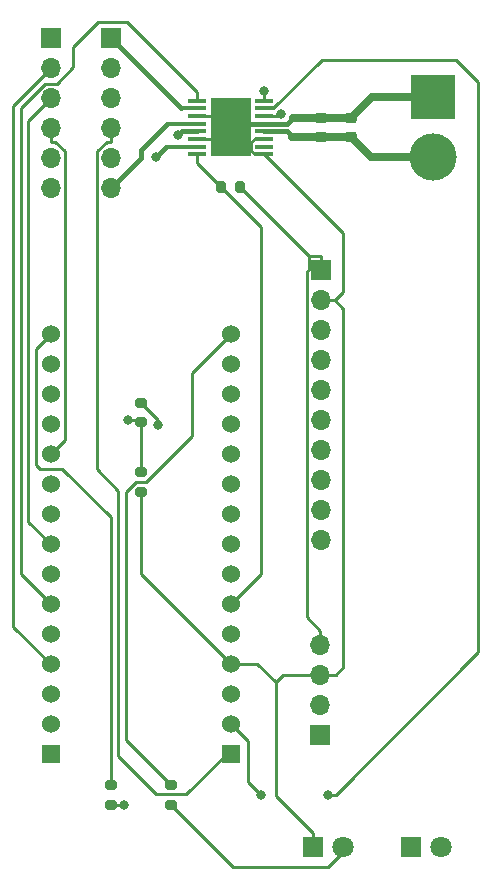
<source format=gbr>
%TF.GenerationSoftware,KiCad,Pcbnew,(6.0.7)*%
%TF.CreationDate,2023-08-01T01:27:09+09:00*%
%TF.ProjectId,graduate-project,67726164-7561-4746-952d-70726f6a6563,rev?*%
%TF.SameCoordinates,Original*%
%TF.FileFunction,Copper,L1,Top*%
%TF.FilePolarity,Positive*%
%FSLAX46Y46*%
G04 Gerber Fmt 4.6, Leading zero omitted, Abs format (unit mm)*
G04 Created by KiCad (PCBNEW (6.0.7)) date 2023-08-01 01:27:09*
%MOMM*%
%LPD*%
G01*
G04 APERTURE LIST*
G04 Aperture macros list*
%AMRoundRect*
0 Rectangle with rounded corners*
0 $1 Rounding radius*
0 $2 $3 $4 $5 $6 $7 $8 $9 X,Y pos of 4 corners*
0 Add a 4 corners polygon primitive as box body*
4,1,4,$2,$3,$4,$5,$6,$7,$8,$9,$2,$3,0*
0 Add four circle primitives for the rounded corners*
1,1,$1+$1,$2,$3*
1,1,$1+$1,$4,$5*
1,1,$1+$1,$6,$7*
1,1,$1+$1,$8,$9*
0 Add four rect primitives between the rounded corners*
20,1,$1+$1,$2,$3,$4,$5,0*
20,1,$1+$1,$4,$5,$6,$7,0*
20,1,$1+$1,$6,$7,$8,$9,0*
20,1,$1+$1,$8,$9,$2,$3,0*%
G04 Aperture macros list end*
%TA.AperFunction,ComponentPad*%
%ADD10R,1.700000X1.700000*%
%TD*%
%TA.AperFunction,ComponentPad*%
%ADD11O,1.700000X1.700000*%
%TD*%
%TA.AperFunction,SMDPad,CuDef*%
%ADD12RoundRect,0.200000X0.200000X0.275000X-0.200000X0.275000X-0.200000X-0.275000X0.200000X-0.275000X0*%
%TD*%
%TA.AperFunction,SMDPad,CuDef*%
%ADD13RoundRect,0.225000X0.250000X-0.225000X0.250000X0.225000X-0.250000X0.225000X-0.250000X-0.225000X0*%
%TD*%
%TA.AperFunction,ComponentPad*%
%ADD14R,1.800000X1.800000*%
%TD*%
%TA.AperFunction,ComponentPad*%
%ADD15C,1.800000*%
%TD*%
%TA.AperFunction,SMDPad,CuDef*%
%ADD16RoundRect,0.200000X0.275000X-0.200000X0.275000X0.200000X-0.275000X0.200000X-0.275000X-0.200000X0*%
%TD*%
%TA.AperFunction,ComponentPad*%
%ADD17R,1.530000X1.530000*%
%TD*%
%TA.AperFunction,ComponentPad*%
%ADD18C,1.530000*%
%TD*%
%TA.AperFunction,SMDPad,CuDef*%
%ADD19RoundRect,0.100000X-0.687500X-0.100000X0.687500X-0.100000X0.687500X0.100000X-0.687500X0.100000X0*%
%TD*%
%TA.AperFunction,ComponentPad*%
%ADD20C,0.800000*%
%TD*%
%TA.AperFunction,SMDPad,CuDef*%
%ADD21R,3.400000X5.000000*%
%TD*%
%TA.AperFunction,ComponentPad*%
%ADD22R,3.800000X3.800000*%
%TD*%
%TA.AperFunction,ComponentPad*%
%ADD23C,4.000000*%
%TD*%
%TA.AperFunction,ViaPad*%
%ADD24C,0.800000*%
%TD*%
%TA.AperFunction,Conductor*%
%ADD25C,0.250000*%
%TD*%
%TA.AperFunction,Conductor*%
%ADD26C,0.700000*%
%TD*%
%TA.AperFunction,Conductor*%
%ADD27C,0.400000*%
%TD*%
%TA.AperFunction,Conductor*%
%ADD28C,0.350000*%
%TD*%
G04 APERTURE END LIST*
D10*
%TO.P,J2,1,VCC*%
%TO.N,ENC_VCC*%
X78740000Y-61625000D03*
D11*
%TO.P,J2,2,GND*%
%TO.N,BATT_GND*%
X78740000Y-64165000D03*
%TO.P,J2,3,SCL*%
%TO.N,GY_SCL*%
X78740000Y-66705000D03*
%TO.P,J2,4,SDA*%
%TO.N,GY_SDA*%
X78740000Y-69245000D03*
%TO.P,J2,5,EDA*%
%TO.N,unconnected-(J2-Pad5)*%
X78740000Y-71785000D03*
%TO.P,J2,6,ECL*%
%TO.N,unconnected-(J2-Pad6)*%
X78740000Y-74325000D03*
%TO.P,J2,7,AD0*%
%TO.N,unconnected-(J2-Pad7)*%
X78740000Y-76865000D03*
%TO.P,J2,8,INT*%
%TO.N,GY_INT*%
X78740000Y-79405000D03*
%TO.P,J2,9,NCS*%
%TO.N,unconnected-(J2-Pad9)*%
X78740000Y-81945000D03*
%TO.P,J2,10,FSYNC*%
%TO.N,unconnected-(J2-Pad10)*%
X78740000Y-84485000D03*
%TD*%
D12*
%TO.P,R3,1*%
%TO.N,ENC_VCC*%
X71945000Y-54610000D03*
%TO.P,R3,2*%
%TO.N,M_FAULT*%
X70295000Y-54610000D03*
%TD*%
D13*
%TO.P,C2,1*%
%TO.N,BATT_VIN*%
X81280000Y-50305000D03*
%TO.P,C2,2*%
%TO.N,BATT_GND*%
X81280000Y-48755000D03*
%TD*%
D14*
%TO.P,D1,1,K*%
%TO.N,BATT_GND*%
X78100000Y-110490000D03*
D15*
%TO.P,D1,2,A*%
%TO.N,Net-(D1-Pad2)*%
X80640000Y-110490000D03*
%TD*%
D16*
%TO.P,R2,1*%
%TO.N,BATT_GND*%
X63500000Y-80390000D03*
%TO.P,R2,2*%
%TO.N,Net-(R1-Pad1)*%
X63500000Y-78740000D03*
%TD*%
%TO.P,R1,1*%
%TO.N,Net-(R1-Pad1)*%
X63500000Y-74485000D03*
%TO.P,R1,2*%
%TO.N,BATT_VIN*%
X63500000Y-72835000D03*
%TD*%
D14*
%TO.P,D2,1,K*%
%TO.N,BATT_GND*%
X86355000Y-110490000D03*
D15*
%TO.P,D2,2,A*%
%TO.N,Net-(D2-Pad2)*%
X88895000Y-110490000D03*
%TD*%
D16*
%TO.P,R4,1*%
%TO.N,Net-(D1-Pad2)*%
X66040000Y-106870000D03*
%TO.P,R4,2*%
%TO.N,LED_ERR*%
X66040000Y-105220000D03*
%TD*%
D13*
%TO.P,C1,1*%
%TO.N,BATT_VIN*%
X78740000Y-50305000D03*
%TO.P,C1,2*%
%TO.N,BATT_GND*%
X78740000Y-48755000D03*
%TD*%
D16*
%TO.P,R5,1*%
%TO.N,Net-(D2-Pad2)*%
X60960000Y-106870000D03*
%TO.P,R5,2*%
%TO.N,LED_RUN*%
X60960000Y-105220000D03*
%TD*%
D17*
%TO.P,U1,CN3_1,PA9*%
%TO.N,ENC_1B*%
X71120000Y-102575000D03*
D18*
%TO.P,U1,CN3_2,PA10*%
%TO.N,M_IN2*%
X71120000Y-100035000D03*
%TO.P,U1,CN3_3,NRST_CN3*%
%TO.N,unconnected-(U1-PadCN3_3)*%
X71120000Y-97495000D03*
%TO.P,U1,CN3_4,GND_CN3*%
%TO.N,BATT_GND*%
X71120000Y-94955000D03*
%TO.P,U1,CN3_5,PA12*%
%TO.N,unconnected-(U1-PadCN3_5)*%
X71120000Y-92415000D03*
%TO.P,U1,CN3_6,PB0*%
%TO.N,M_FAULT*%
X71120000Y-89875000D03*
%TO.P,U1,CN3_7,PB7*%
%TO.N,GY_SDA*%
X71120000Y-87335000D03*
%TO.P,U1,CN3_8,PB6*%
%TO.N,GY_SCL*%
X71120000Y-84795000D03*
%TO.P,U1,CN3_9,PB1*%
%TO.N,GY_INT*%
X71120000Y-82255000D03*
%TO.P,U1,CN3_10,PC14*%
%TO.N,unconnected-(U1-PadCN3_10)*%
X71120000Y-79715000D03*
%TO.P,U1,CN3_11,PC15*%
%TO.N,unconnected-(U1-PadCN3_11)*%
X71120000Y-77175000D03*
%TO.P,U1,CN3_12,PA8*%
%TO.N,ENC_1A*%
X71120000Y-74635000D03*
%TO.P,U1,CN3_13,PA11*%
%TO.N,M_IN1*%
X71120000Y-72095000D03*
%TO.P,U1,CN3_14,PB5*%
%TO.N,unconnected-(U1-PadCN3_14)*%
X71120000Y-69555000D03*
%TO.P,U1,CN3_15,PB4*%
%TO.N,LED_ERR*%
X71120000Y-67015000D03*
D17*
%TO.P,U1,CN4_1,VIN*%
%TO.N,BATT_VIN*%
X55880000Y-102575000D03*
D18*
%TO.P,U1,CN4_2,GND_CN4*%
%TO.N,BATT_GND*%
X55880000Y-100035000D03*
%TO.P,U1,CN4_3,NRST_CN4*%
%TO.N,unconnected-(U1-PadCN4_3)*%
X55880000Y-97495000D03*
%TO.P,U1,CN4_4,+5V*%
%TO.N,ENC_VCC*%
X55880000Y-94955000D03*
%TO.P,U1,CN4_5,PA2*%
%TO.N,HM_RX*%
X55880000Y-92415000D03*
%TO.P,U1,CN4_6,PA7*%
%TO.N,M_OFF*%
X55880000Y-89875000D03*
%TO.P,U1,CN4_7,PA6*%
%TO.N,unconnected-(U1-PadCN4_7)*%
X55880000Y-87335000D03*
%TO.P,U1,CN4_8,PA5*%
%TO.N,ENC_2A*%
X55880000Y-84795000D03*
%TO.P,U1,CN4_9,PA4*%
%TO.N,unconnected-(U1-PadCN4_9)*%
X55880000Y-82255000D03*
%TO.P,U1,CN4_10,PA3*%
%TO.N,HM_TX*%
X55880000Y-79715000D03*
%TO.P,U1,CN4_11,PA1*%
%TO.N,ENC_2B*%
X55880000Y-77175000D03*
%TO.P,U1,CN4_12,PA0*%
%TO.N,Net-(R1-Pad1)*%
X55880000Y-74635000D03*
%TO.P,U1,CN4_13,AREF*%
%TO.N,unconnected-(U1-PadCN4_13)*%
X55880000Y-72095000D03*
%TO.P,U1,CN4_14,+3V3*%
%TO.N,unconnected-(U1-PadCN4_14)*%
X55880000Y-69555000D03*
%TO.P,U1,CN4_15,PB3*%
%TO.N,LED_RUN*%
X55880000Y-67015000D03*
%TD*%
D19*
%TO.P,U2,1,~{SLEEP}*%
%TO.N,M_OFF*%
X68257500Y-47255000D03*
%TO.P,U2,2,OUT1*%
%TO.N,Net-(J4-Pad1)*%
X68257500Y-47905000D03*
%TO.P,U2,3,ISEN12*%
%TO.N,BATT_GND*%
X68257500Y-48555000D03*
%TO.P,U2,4,OUT2*%
%TO.N,Net-(J4-Pad6)*%
X68257500Y-49205000D03*
%TO.P,U2,5,OUT4*%
%TO.N,Net-(J5-Pad6)*%
X68257500Y-49855000D03*
%TO.P,U2,6,ISEN34*%
%TO.N,BATT_GND*%
X68257500Y-50505000D03*
%TO.P,U2,7,OUT3*%
%TO.N,Net-(J5-Pad1)*%
X68257500Y-51155000D03*
%TO.P,U2,8,~{FAULT}*%
%TO.N,M_FAULT*%
X68257500Y-51805000D03*
%TO.P,U2,9,IN3*%
%TO.N,BATT_GND*%
X73982500Y-51805000D03*
%TO.P,U2,10,IN4*%
%TO.N,unconnected-(U2-Pad10)*%
X73982500Y-51155000D03*
%TO.P,U2,11,TRQ*%
%TO.N,BATT_GND*%
X73982500Y-50505000D03*
%TO.P,U2,12,VM*%
%TO.N,BATT_VIN*%
X73982500Y-49855000D03*
%TO.P,U2,13,GND*%
%TO.N,BATT_GND*%
X73982500Y-49205000D03*
%TO.P,U2,14,MODE*%
%TO.N,ENC_VCC*%
X73982500Y-48555000D03*
%TO.P,U2,15,IN2*%
%TO.N,M_IN2*%
X73982500Y-47905000D03*
%TO.P,U2,16,IN1*%
%TO.N,M_IN1*%
X73982500Y-47255000D03*
D20*
%TO.P,U2,17,PPAD*%
%TO.N,BATT_GND*%
X71870000Y-51030000D03*
X71870000Y-48030000D03*
X70370000Y-51030000D03*
X70370000Y-48030000D03*
X70370000Y-49530000D03*
D21*
X71120000Y-49530000D03*
D20*
X71870000Y-49530000D03*
%TD*%
D10*
%TO.P,J5,1,M+*%
%TO.N,Net-(J5-Pad1)*%
X55905000Y-41935000D03*
D11*
%TO.P,J5,2,ENC_VCC*%
%TO.N,ENC_VCC*%
X55905000Y-44475000D03*
%TO.P,J5,3,ENC_A*%
%TO.N,ENC_2A*%
X55905000Y-47015000D03*
%TO.P,J5,4,ENC_B*%
%TO.N,ENC_2B*%
X55905000Y-49555000D03*
%TO.P,J5,5,ENC_GND*%
%TO.N,BATT_GND*%
X55905000Y-52095000D03*
%TO.P,J5,6,M-*%
%TO.N,Net-(J5-Pad6)*%
X55905000Y-54635000D03*
%TD*%
D10*
%TO.P,J3,1,RX*%
%TO.N,HM_RX*%
X78715000Y-100955000D03*
D11*
%TO.P,J3,2,TX*%
%TO.N,HM_TX*%
X78715000Y-98415000D03*
%TO.P,J3,3,GND*%
%TO.N,BATT_GND*%
X78715000Y-95875000D03*
%TO.P,J3,4,VCC*%
%TO.N,ENC_VCC*%
X78715000Y-93335000D03*
%TD*%
D22*
%TO.P,J1,1,Pin_1*%
%TO.N,BATT_GND*%
X88265000Y-46990000D03*
D23*
%TO.P,J1,2,Pin_2*%
%TO.N,BATT_VIN*%
X88265000Y-51990000D03*
%TD*%
D10*
%TO.P,J4,1,M+*%
%TO.N,Net-(J4-Pad1)*%
X60985000Y-41935000D03*
D11*
%TO.P,J4,2,ENC_VCC*%
%TO.N,ENC_VCC*%
X60985000Y-44475000D03*
%TO.P,J4,3,ENC_A*%
%TO.N,ENC_1A*%
X60985000Y-47015000D03*
%TO.P,J4,4,ENC_B*%
%TO.N,ENC_1B*%
X60985000Y-49555000D03*
%TO.P,J4,5,ENC_GND*%
%TO.N,BATT_GND*%
X60985000Y-52095000D03*
%TO.P,J4,6,M-*%
%TO.N,Net-(J4-Pad6)*%
X60985000Y-54635000D03*
%TD*%
D24*
%TO.N,BATT_VIN*%
X64943000Y-74715500D03*
%TO.N,Net-(D2-Pad2)*%
X62073800Y-106870000D03*
%TO.N,ENC_VCC*%
X75379300Y-48349300D03*
%TO.N,Net-(J5-Pad1)*%
X64770000Y-52070000D03*
%TO.N,Net-(J5-Pad6)*%
X66675000Y-50165000D03*
%TO.N,Net-(R1-Pad1)*%
X62398100Y-74290000D03*
%TO.N,M_IN2*%
X73660000Y-106045000D03*
X79375000Y-106045000D03*
%TO.N,M_IN1*%
X73982500Y-46450000D03*
%TD*%
D25*
%TO.N,BATT_VIN*%
X64943000Y-74278000D02*
X64943000Y-74715500D01*
X63500000Y-72835000D02*
X64943000Y-74278000D01*
D26*
X76340000Y-50305000D02*
X78740000Y-50305000D01*
X81280000Y-50305000D02*
X82965000Y-51990000D01*
X78740000Y-50305000D02*
X81280000Y-50305000D01*
X82965000Y-51990000D02*
X88265000Y-51990000D01*
D27*
X73982500Y-49855000D02*
X75890000Y-49855000D01*
X75890000Y-49855000D02*
X76340000Y-50305000D01*
%TO.N,BATT_GND*%
X74827100Y-49205000D02*
X74827900Y-49204300D01*
D25*
X78100000Y-110490000D02*
X78100000Y-109263100D01*
X70632500Y-50017500D02*
X71120000Y-49530000D01*
X71870000Y-49384100D02*
X71870000Y-49530000D01*
X72867700Y-51030000D02*
X72867700Y-51514400D01*
D26*
X78740000Y-48755000D02*
X81280000Y-48755000D01*
D25*
X71445000Y-49205000D02*
X71120000Y-49530000D01*
X80645000Y-63436900D02*
X79916900Y-64165000D01*
X71870000Y-51030000D02*
X72867700Y-51030000D01*
X68257500Y-50505000D02*
X70145000Y-50505000D01*
X71120000Y-94955000D02*
X63500000Y-87335000D01*
X71870000Y-48030000D02*
X71870000Y-49205000D01*
X72049100Y-49205000D02*
X71870000Y-49384100D01*
D26*
X83045000Y-46990000D02*
X88265000Y-46990000D01*
X81280000Y-48755000D02*
X83045000Y-46990000D01*
D25*
X70145000Y-50805000D02*
X70145000Y-50505000D01*
X70370000Y-51030000D02*
X70145000Y-50805000D01*
X73158300Y-51805000D02*
X73982500Y-51805000D01*
X70145000Y-48555000D02*
X71120000Y-49530000D01*
D27*
X72049100Y-49205000D02*
X71870000Y-49205000D01*
D25*
X72867700Y-50784800D02*
X72867700Y-51030000D01*
X74930000Y-96520000D02*
X73365000Y-94955000D01*
X73982500Y-50505000D02*
X73147500Y-50505000D01*
X73982500Y-51805000D02*
X80645000Y-58467500D01*
D26*
X76354400Y-48755000D02*
X78740000Y-48755000D01*
D25*
X72867700Y-51514400D02*
X73158300Y-51805000D01*
X71870000Y-51030000D02*
X71870000Y-49530000D01*
X80002500Y-95875000D02*
X80645000Y-95232500D01*
D27*
X73982500Y-49205000D02*
X74827100Y-49205000D01*
D25*
X70145000Y-48255000D02*
X70145000Y-48555000D01*
X75575000Y-95875000D02*
X74930000Y-96520000D01*
X68257500Y-48555000D02*
X70145000Y-48555000D01*
X73365000Y-94955000D02*
X71120000Y-94955000D01*
X70632500Y-50017500D02*
X70370000Y-49755000D01*
X80645000Y-95232500D02*
X80645000Y-64893100D01*
X78100000Y-109263100D02*
X74930000Y-106093100D01*
D27*
X75905200Y-49204300D02*
X76354400Y-48755000D01*
D25*
X70370000Y-49755000D02*
X70370000Y-49530000D01*
X70145000Y-50505000D02*
X70632500Y-50017500D01*
X80645000Y-64893100D02*
X79916900Y-64165000D01*
X74930000Y-106093100D02*
X74930000Y-96520000D01*
X78715000Y-95875000D02*
X75575000Y-95875000D01*
X80645000Y-58467500D02*
X80645000Y-63436900D01*
X78715000Y-95875000D02*
X80002500Y-95875000D01*
X78740000Y-64165000D02*
X79916900Y-64165000D01*
D27*
X74827900Y-49204300D02*
X75905200Y-49204300D01*
D25*
X70370000Y-48030000D02*
X70145000Y-48255000D01*
D27*
X73982500Y-49205000D02*
X72049100Y-49205000D01*
X71870000Y-49205000D02*
X71445000Y-49205000D01*
D25*
X73147500Y-50505000D02*
X72867700Y-50784800D01*
X63500000Y-87335000D02*
X63500000Y-80390000D01*
%TO.N,Net-(D1-Pad2)*%
X79322600Y-112168800D02*
X80640000Y-110851400D01*
X71338800Y-112168800D02*
X79322600Y-112168800D01*
X66040000Y-106870000D02*
X71338800Y-112168800D01*
X80640000Y-110851400D02*
X80640000Y-110490000D01*
%TO.N,Net-(D2-Pad2)*%
X60960000Y-106870000D02*
X62073800Y-106870000D01*
%TO.N,ENC_VCC*%
X77558200Y-91001300D02*
X77558200Y-61735600D01*
X73982500Y-48555000D02*
X75173600Y-48555000D01*
X77783100Y-60448100D02*
X71945000Y-54610000D01*
X52705000Y-91780000D02*
X55880000Y-94955000D01*
X75173600Y-48555000D02*
X75379300Y-48349300D01*
X78715000Y-92158100D02*
X77558200Y-91001300D01*
X55905000Y-44475000D02*
X52705000Y-47675000D01*
X52705000Y-47675000D02*
X52705000Y-91780000D01*
X77783100Y-61510700D02*
X77783100Y-60448100D01*
X78715000Y-93335000D02*
X78715000Y-92158100D01*
X78740000Y-61625000D02*
X78740000Y-60448100D01*
X77558200Y-61735600D02*
X77783100Y-61510700D01*
X78740000Y-60448100D02*
X77783100Y-60448100D01*
D27*
%TO.N,Net-(J4-Pad1)*%
X66955000Y-47905000D02*
X60985000Y-41935000D01*
D28*
X68257500Y-47905000D02*
X66955000Y-47905000D01*
D25*
%TO.N,ENC_1B*%
X60985000Y-50731900D02*
X60617200Y-50731900D01*
X60985000Y-49555000D02*
X60985000Y-50731900D01*
X59797700Y-51551400D02*
X59797700Y-78476500D01*
X60617200Y-50731900D02*
X59797700Y-51551400D01*
X61595000Y-80273800D02*
X61595000Y-102751100D01*
X67364200Y-105990800D02*
X70780000Y-102575000D01*
X70780000Y-102575000D02*
X71120000Y-102575000D01*
X64834700Y-105990800D02*
X67364200Y-105990800D01*
X59797700Y-78476500D02*
X61595000Y-80273800D01*
X61595000Y-102751100D02*
X64834700Y-105990800D01*
D27*
%TO.N,Net-(J4-Pad6)*%
X60985000Y-54635000D02*
X63500000Y-52120000D01*
D28*
X65730000Y-49205000D02*
X68257500Y-49205000D01*
D27*
X63500000Y-52120000D02*
X63500000Y-51435000D01*
X63500000Y-51435000D02*
X65730000Y-49205000D01*
%TO.N,Net-(J5-Pad1)*%
X64770000Y-52070000D02*
X65685000Y-51155000D01*
D28*
X65685000Y-51155000D02*
X68257500Y-51155000D01*
D25*
%TO.N,ENC_2A*%
X55905000Y-47015000D02*
X53975000Y-48945000D01*
X55880000Y-84795000D02*
X53975000Y-82890000D01*
X53975000Y-48945000D02*
X53975000Y-49530000D01*
X53975000Y-82890000D02*
X53975000Y-49530000D01*
%TO.N,ENC_2B*%
X57096600Y-51555700D02*
X57096600Y-75958400D01*
X55905000Y-50731900D02*
X56272800Y-50731900D01*
X56272800Y-50731900D02*
X57096600Y-51555700D01*
X57096600Y-75958400D02*
X55880000Y-77175000D01*
X55905000Y-49555000D02*
X55905000Y-50731900D01*
D27*
%TO.N,Net-(J5-Pad6)*%
X66985000Y-49855000D02*
X68257500Y-49855000D01*
X66675000Y-50165000D02*
X66985000Y-49855000D01*
D25*
%TO.N,Net-(R1-Pad1)*%
X63500000Y-74485000D02*
X63500000Y-78740000D01*
X62398100Y-74290000D02*
X63305000Y-74290000D01*
X63305000Y-74290000D02*
X63500000Y-74485000D01*
%TO.N,LED_ERR*%
X63930400Y-79565000D02*
X63083700Y-79565000D01*
X67813700Y-75681700D02*
X63930400Y-79565000D01*
X62230000Y-80418700D02*
X62230000Y-101410000D01*
X63083700Y-79565000D02*
X62230000Y-80418700D01*
X71120000Y-67015000D02*
X67813700Y-70321300D01*
X67813700Y-70321300D02*
X67813700Y-75681700D01*
X62230000Y-101410000D02*
X66040000Y-105220000D01*
%TO.N,LED_RUN*%
X56855000Y-78445000D02*
X60960000Y-82550000D01*
X54610000Y-68285000D02*
X54610000Y-78105000D01*
X55880000Y-67015000D02*
X54610000Y-68285000D01*
X60960000Y-82550000D02*
X60960000Y-105220000D01*
X54950000Y-78445000D02*
X56855000Y-78445000D01*
X54610000Y-78105000D02*
X54950000Y-78445000D01*
%TO.N,M_OFF*%
X55420199Y-45838100D02*
X53340000Y-47918299D01*
X68257500Y-46526700D02*
X62370800Y-40640000D01*
X62370800Y-40640000D02*
X59881150Y-40640000D01*
X56396900Y-45838100D02*
X55420199Y-45838100D01*
X59881150Y-40640000D02*
X57785000Y-42736150D01*
X57785000Y-42736150D02*
X57785000Y-44450000D01*
X57785000Y-44450000D02*
X56396900Y-45838100D01*
X68257500Y-47255000D02*
X68257500Y-46526700D01*
X53340000Y-87335000D02*
X55880000Y-89875000D01*
X53340000Y-47918299D02*
X53340000Y-87335000D01*
%TO.N,M_FAULT*%
X73660000Y-87335000D02*
X71120000Y-89875000D01*
X70295000Y-54610000D02*
X73660000Y-57975000D01*
X68257500Y-51805000D02*
X68257500Y-52572500D01*
X68257500Y-52572500D02*
X70295000Y-54610000D01*
X73660000Y-57975000D02*
X73660000Y-87335000D01*
%TO.N,M_IN2*%
X79326900Y-106045000D02*
X80010000Y-106045000D01*
X72569600Y-104954600D02*
X73660000Y-106045000D01*
X92075000Y-45720000D02*
X90170000Y-43815000D01*
X92075000Y-93980000D02*
X92075000Y-45720000D01*
X72569600Y-101484600D02*
X72569600Y-104954600D01*
X74724300Y-47905000D02*
X73982500Y-47905000D01*
X78814300Y-43815000D02*
X74724300Y-47905000D01*
X90170000Y-43815000D02*
X78814300Y-43815000D01*
X80010000Y-106045000D02*
X92075000Y-93980000D01*
X71120000Y-100035000D02*
X72569600Y-101484600D01*
%TO.N,M_IN1*%
X73982500Y-47255000D02*
X73982500Y-46450000D01*
%TD*%
M02*

</source>
